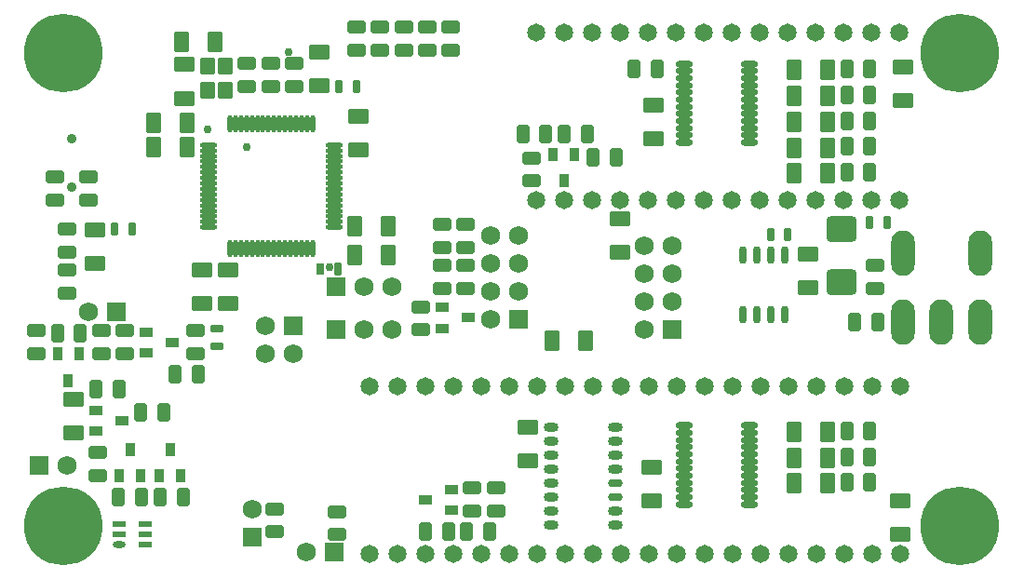
<source format=gbs>
G04 Layer_Color=16711935*
%FSLAX44Y44*%
%MOMM*%
G71*
G01*
G75*
%ADD64C,0.9000*%
G04:AMPARAMS|DCode=95|XSize=1.15mm|YSize=1.65mm|CornerRadius=0.2mm|HoleSize=0mm|Usage=FLASHONLY|Rotation=90.000|XOffset=0mm|YOffset=0mm|HoleType=Round|Shape=RoundedRectangle|*
%AMROUNDEDRECTD95*
21,1,1.1500,1.2500,0,0,90.0*
21,1,0.7500,1.6500,0,0,90.0*
1,1,0.4000,0.6250,0.3750*
1,1,0.4000,0.6250,-0.3750*
1,1,0.4000,-0.6250,-0.3750*
1,1,0.4000,-0.6250,0.3750*
%
%ADD95ROUNDEDRECTD95*%
G04:AMPARAMS|DCode=97|XSize=0.75mm|YSize=1.15mm|CornerRadius=0.18mm|HoleSize=0mm|Usage=FLASHONLY|Rotation=0.000|XOffset=0mm|YOffset=0mm|HoleType=Round|Shape=RoundedRectangle|*
%AMROUNDEDRECTD97*
21,1,0.7500,0.7900,0,0,0.0*
21,1,0.3900,1.1500,0,0,0.0*
1,1,0.3600,0.1950,-0.3950*
1,1,0.3600,-0.1950,-0.3950*
1,1,0.3600,-0.1950,0.3950*
1,1,0.3600,0.1950,0.3950*
%
%ADD97ROUNDEDRECTD97*%
%ADD107O,1.3500X0.8500*%
G04:AMPARAMS|DCode=108|XSize=1.35mm|YSize=1.85mm|CornerRadius=0.195mm|HoleSize=0mm|Usage=FLASHONLY|Rotation=0.000|XOffset=0mm|YOffset=0mm|HoleType=Round|Shape=RoundedRectangle|*
%AMROUNDEDRECTD108*
21,1,1.3500,1.4600,0,0,0.0*
21,1,0.9600,1.8500,0,0,0.0*
1,1,0.3900,0.4800,-0.7300*
1,1,0.3900,-0.4800,-0.7300*
1,1,0.3900,-0.4800,0.7300*
1,1,0.3900,0.4800,0.7300*
%
%ADD108ROUNDEDRECTD108*%
%ADD109R,0.8500X1.1500*%
G04:AMPARAMS|DCode=112|XSize=1.15mm|YSize=1.65mm|CornerRadius=0.2mm|HoleSize=0mm|Usage=FLASHONLY|Rotation=180.000|XOffset=0mm|YOffset=0mm|HoleType=Round|Shape=RoundedRectangle|*
%AMROUNDEDRECTD112*
21,1,1.1500,1.2500,0,0,180.0*
21,1,0.7500,1.6500,0,0,180.0*
1,1,0.4000,-0.3750,0.6250*
1,1,0.4000,0.3750,0.6250*
1,1,0.4000,0.3750,-0.6250*
1,1,0.4000,-0.3750,-0.6250*
%
%ADD112ROUNDEDRECTD112*%
G04:AMPARAMS|DCode=113|XSize=2.35mm|YSize=2.75mm|CornerRadius=0.405mm|HoleSize=0mm|Usage=FLASHONLY|Rotation=270.000|XOffset=0mm|YOffset=0mm|HoleType=Round|Shape=RoundedRectangle|*
%AMROUNDEDRECTD113*
21,1,2.3500,1.9400,0,0,270.0*
21,1,1.5400,2.7500,0,0,270.0*
1,1,0.8100,-0.9700,-0.7700*
1,1,0.8100,-0.9700,0.7700*
1,1,0.8100,0.9700,0.7700*
1,1,0.8100,0.9700,-0.7700*
%
%ADD113ROUNDEDRECTD113*%
G04:AMPARAMS|DCode=114|XSize=0.75mm|YSize=1.15mm|CornerRadius=0.18mm|HoleSize=0mm|Usage=FLASHONLY|Rotation=90.000|XOffset=0mm|YOffset=0mm|HoleType=Round|Shape=RoundedRectangle|*
%AMROUNDEDRECTD114*
21,1,0.7500,0.7900,0,0,90.0*
21,1,0.3900,1.1500,0,0,90.0*
1,1,0.3600,0.3950,0.1950*
1,1,0.3600,0.3950,-0.1950*
1,1,0.3600,-0.3950,-0.1950*
1,1,0.3600,-0.3950,0.1950*
%
%ADD114ROUNDEDRECTD114*%
%ADD117R,1.1500X0.8500*%
G04:AMPARAMS|DCode=118|XSize=1.35mm|YSize=1.85mm|CornerRadius=0.195mm|HoleSize=0mm|Usage=FLASHONLY|Rotation=270.000|XOffset=0mm|YOffset=0mm|HoleType=Round|Shape=RoundedRectangle|*
%AMROUNDEDRECTD118*
21,1,1.3500,1.4600,0,0,270.0*
21,1,0.9600,1.8500,0,0,270.0*
1,1,0.3900,-0.7300,-0.4800*
1,1,0.3900,-0.7300,0.4800*
1,1,0.3900,0.7300,0.4800*
1,1,0.3900,0.7300,-0.4800*
%
%ADD118ROUNDEDRECTD118*%
%ADD123C,1.7500*%
%ADD124R,1.7500X1.7500*%
%ADD125C,7.1500*%
%ADD126C,1.6500*%
%ADD127O,2.1500X4.1500*%
%ADD128R,1.7500X1.7500*%
%ADD129C,0.7500*%
G04:AMPARAMS|DCode=130|XSize=0.75mm|YSize=1.05mm|CornerRadius=0.18mm|HoleSize=0mm|Usage=FLASHONLY|Rotation=0.000|XOffset=0mm|YOffset=0mm|HoleType=Round|Shape=RoundedRectangle|*
%AMROUNDEDRECTD130*
21,1,0.7500,0.6900,0,0,0.0*
21,1,0.3900,1.0500,0,0,0.0*
1,1,0.3600,0.1950,-0.3450*
1,1,0.3600,-0.1950,-0.3450*
1,1,0.3600,-0.1950,0.3450*
1,1,0.3600,0.1950,0.3450*
%
%ADD130ROUNDEDRECTD130*%
%ADD131O,1.5500X0.6500*%
%ADD132O,0.7500X1.6000*%
%ADD133O,1.1500X0.6000*%
%ADD134R,1.1500X0.6000*%
%ADD135O,1.3500X0.7500*%
%ADD136O,0.4500X1.5500*%
%ADD137O,1.5500X0.4500*%
G04:AMPARAMS|DCode=138|XSize=1.55mm|YSize=1.35mm|CornerRadius=0.195mm|HoleSize=0mm|Usage=FLASHONLY|Rotation=270.000|XOffset=0mm|YOffset=0mm|HoleType=Round|Shape=RoundedRectangle|*
%AMROUNDEDRECTD138*
21,1,1.5500,0.9600,0,0,270.0*
21,1,1.1600,1.3500,0,0,270.0*
1,1,0.3900,-0.4800,-0.5800*
1,1,0.3900,-0.4800,0.5800*
1,1,0.3900,0.4800,0.5800*
1,1,0.3900,0.4800,-0.5800*
%
%ADD138ROUNDEDRECTD138*%
D64*
X47000Y348000D02*
D03*
Y392000D02*
D03*
D95*
X365000Y239250D02*
D03*
Y218250D02*
D03*
X405500Y293250D02*
D03*
Y314250D02*
D03*
X231750Y55500D02*
D03*
Y34500D02*
D03*
X384000Y276750D02*
D03*
Y255750D02*
D03*
Y314250D02*
D03*
Y293250D02*
D03*
X405500Y255750D02*
D03*
Y276750D02*
D03*
X777750Y277000D02*
D03*
Y256000D02*
D03*
X43250Y251500D02*
D03*
Y272500D02*
D03*
X31750Y357250D02*
D03*
Y336250D02*
D03*
X62250Y357250D02*
D03*
Y336250D02*
D03*
X43250Y289000D02*
D03*
Y310000D02*
D03*
X15250Y196750D02*
D03*
Y217750D02*
D03*
X74250Y196750D02*
D03*
Y217750D02*
D03*
X95750Y196750D02*
D03*
Y217750D02*
D03*
X160250Y217750D02*
D03*
Y196750D02*
D03*
X71250Y85500D02*
D03*
Y106500D02*
D03*
X433250Y53750D02*
D03*
Y74750D02*
D03*
X411750Y74750D02*
D03*
Y53750D02*
D03*
X465750Y374750D02*
D03*
Y353750D02*
D03*
X392250Y473000D02*
D03*
Y494000D02*
D03*
X349250Y473000D02*
D03*
Y494000D02*
D03*
X306250Y473000D02*
D03*
Y494000D02*
D03*
X327750Y473000D02*
D03*
Y494000D02*
D03*
X370750Y473000D02*
D03*
Y494000D02*
D03*
X288500Y32000D02*
D03*
Y53000D02*
D03*
X228250Y439500D02*
D03*
Y460500D02*
D03*
X206750Y439500D02*
D03*
Y460500D02*
D03*
X249750D02*
D03*
Y439500D02*
D03*
D97*
X102250Y310000D02*
D03*
X86250D02*
D03*
X289750Y273500D02*
D03*
X290250Y439500D02*
D03*
X306250D02*
D03*
X789250Y316000D02*
D03*
X773250D02*
D03*
X682750Y305000D02*
D03*
X698750D02*
D03*
D107*
X541500Y129950D02*
D03*
Y117250D02*
D03*
Y104550D02*
D03*
Y91850D02*
D03*
Y53750D02*
D03*
Y41050D02*
D03*
X483250Y129950D02*
D03*
Y117250D02*
D03*
Y104550D02*
D03*
Y91850D02*
D03*
Y79150D02*
D03*
Y66450D02*
D03*
Y53750D02*
D03*
Y41050D02*
D03*
D108*
X152250Y384500D02*
D03*
X121750D02*
D03*
X304750Y313000D02*
D03*
X335250D02*
D03*
X484500Y208500D02*
D03*
X515000D02*
D03*
X734750Y125500D02*
D03*
X704250D02*
D03*
X734750Y431000D02*
D03*
X704250D02*
D03*
X734750Y360500D02*
D03*
X704250D02*
D03*
X734750Y454500D02*
D03*
X704250D02*
D03*
X734750Y407500D02*
D03*
X704250D02*
D03*
X734750Y102000D02*
D03*
X704250D02*
D03*
X734750Y384000D02*
D03*
X704250D02*
D03*
X734750Y78500D02*
D03*
X704250D02*
D03*
X152250Y406750D02*
D03*
X121750D02*
D03*
X304500Y286000D02*
D03*
X335000D02*
D03*
X147250Y480500D02*
D03*
X177750D02*
D03*
D109*
X136750Y109500D02*
D03*
X127250Y85500D02*
D03*
X146250D02*
D03*
X44250Y172250D02*
D03*
X53750Y196250D02*
D03*
X34750D02*
D03*
X100250Y109500D02*
D03*
X90750Y85500D02*
D03*
X109750D02*
D03*
X494750Y353750D02*
D03*
X504250Y377750D02*
D03*
X485250D02*
D03*
D112*
X752250Y126500D02*
D03*
X773250D02*
D03*
X752250Y432000D02*
D03*
X773250D02*
D03*
X752250Y361500D02*
D03*
X773250D02*
D03*
X752250Y455500D02*
D03*
X773250D02*
D03*
X759250Y225250D02*
D03*
X780250D02*
D03*
X752250Y408500D02*
D03*
X773250D02*
D03*
X752250Y103000D02*
D03*
X773250D02*
D03*
X752250Y385000D02*
D03*
X773250D02*
D03*
X752250Y79500D02*
D03*
X773250D02*
D03*
X580000Y455500D02*
D03*
X559000D02*
D03*
X34250Y215250D02*
D03*
X55250D02*
D03*
X141000Y177750D02*
D03*
X162000D02*
D03*
X109750Y143250D02*
D03*
X130750D02*
D03*
X69250Y164750D02*
D03*
X90250D02*
D03*
X90000Y66500D02*
D03*
X111000D02*
D03*
X127500D02*
D03*
X148500D02*
D03*
X406250Y34750D02*
D03*
X427250D02*
D03*
X389750D02*
D03*
X368750D02*
D03*
X516000Y396750D02*
D03*
X495000D02*
D03*
X542250Y375250D02*
D03*
X521250D02*
D03*
X478500Y396750D02*
D03*
X457500D02*
D03*
D113*
X747750Y310000D02*
D03*
Y262000D02*
D03*
D114*
X179250Y219750D02*
D03*
Y203750D02*
D03*
D117*
X408000Y229250D02*
D03*
X384000Y238750D02*
D03*
Y219750D02*
D03*
X138750Y206750D02*
D03*
X114750Y216250D02*
D03*
Y197250D02*
D03*
X93250Y135750D02*
D03*
X69250Y145250D02*
D03*
Y126250D02*
D03*
X368750Y63750D02*
D03*
X392750Y54250D02*
D03*
Y73250D02*
D03*
D118*
X545750Y288500D02*
D03*
Y319000D02*
D03*
X462250Y129500D02*
D03*
Y99000D02*
D03*
X49250Y124250D02*
D03*
Y154750D02*
D03*
X272250Y440500D02*
D03*
Y471000D02*
D03*
X716750Y257000D02*
D03*
Y287500D02*
D03*
X576500Y392000D02*
D03*
Y422500D02*
D03*
X574750Y63000D02*
D03*
Y93500D02*
D03*
X800500Y63000D02*
D03*
Y32500D02*
D03*
X803000Y426500D02*
D03*
Y457000D02*
D03*
X68250Y309000D02*
D03*
Y278500D02*
D03*
X165750Y272500D02*
D03*
Y242000D02*
D03*
X307750Y381750D02*
D03*
Y412250D02*
D03*
X149750Y459500D02*
D03*
Y429000D02*
D03*
X189250Y272500D02*
D03*
Y242000D02*
D03*
D123*
X428350Y304250D02*
D03*
X453750D02*
D03*
Y278850D02*
D03*
X428350D02*
D03*
X453750Y253450D02*
D03*
X428350D02*
D03*
Y228050D02*
D03*
X568100Y218550D02*
D03*
Y243950D02*
D03*
X593500D02*
D03*
X568100Y269350D02*
D03*
X593500D02*
D03*
Y294750D02*
D03*
X568100D02*
D03*
X211500Y55400D02*
D03*
X248950Y196550D02*
D03*
X223550D02*
D03*
Y221950D02*
D03*
X260600Y16000D02*
D03*
X338400Y219000D02*
D03*
X313000D02*
D03*
X338400Y257750D02*
D03*
X313000D02*
D03*
X62800Y234750D02*
D03*
X42750Y95000D02*
D03*
D124*
X453750Y228050D02*
D03*
X593500Y218550D02*
D03*
X211500Y30000D02*
D03*
D125*
X40000Y40000D02*
D03*
Y470000D02*
D03*
X855250D02*
D03*
Y40000D02*
D03*
D126*
X800650Y167150D02*
D03*
X775250D02*
D03*
X749850D02*
D03*
X724450D02*
D03*
X699050D02*
D03*
X673650D02*
D03*
X648250D02*
D03*
X622850D02*
D03*
X597450D02*
D03*
X572050D02*
D03*
X546650D02*
D03*
X521250D02*
D03*
X495850D02*
D03*
X470450D02*
D03*
X445050D02*
D03*
X419650D02*
D03*
X394250D02*
D03*
X368850D02*
D03*
X343450D02*
D03*
X318050D02*
D03*
Y14750D02*
D03*
X343450D02*
D03*
X368850D02*
D03*
X394250D02*
D03*
X419650D02*
D03*
X445050D02*
D03*
X470450D02*
D03*
X495850D02*
D03*
X521250D02*
D03*
X546650D02*
D03*
X572050D02*
D03*
X597450D02*
D03*
X622850D02*
D03*
X648250D02*
D03*
X673650D02*
D03*
X699050D02*
D03*
X724450D02*
D03*
X749850D02*
D03*
X775250D02*
D03*
X800650D02*
D03*
X799750Y336650D02*
D03*
X774350D02*
D03*
X748950D02*
D03*
X723550D02*
D03*
X698150D02*
D03*
X672750D02*
D03*
X647350D02*
D03*
X621950D02*
D03*
X596550D02*
D03*
X571150D02*
D03*
X545750D02*
D03*
X520350D02*
D03*
X494950D02*
D03*
X469550D02*
D03*
Y489050D02*
D03*
X494950D02*
D03*
X520350D02*
D03*
X545750D02*
D03*
X571150D02*
D03*
X596550D02*
D03*
X621950D02*
D03*
X647350D02*
D03*
X672750D02*
D03*
X698150D02*
D03*
X723550D02*
D03*
X748950D02*
D03*
X774350D02*
D03*
X799750D02*
D03*
D127*
X873500Y225250D02*
D03*
X838250D02*
D03*
X803500D02*
D03*
Y287750D02*
D03*
X873500D02*
D03*
D128*
X248950Y221950D02*
D03*
X286000Y16000D02*
D03*
X287600Y219000D02*
D03*
Y257750D02*
D03*
X88200Y234750D02*
D03*
X17350Y95000D02*
D03*
D129*
X206500Y384500D02*
D03*
X244377Y471273D02*
D03*
X281750Y275750D02*
D03*
X170500Y400750D02*
D03*
D130*
X273750Y273500D02*
D03*
D131*
X604750Y59750D02*
D03*
Y66250D02*
D03*
Y72750D02*
D03*
Y79250D02*
D03*
Y85750D02*
D03*
Y92250D02*
D03*
Y98750D02*
D03*
Y105250D02*
D03*
Y111750D02*
D03*
Y118250D02*
D03*
Y124750D02*
D03*
Y131250D02*
D03*
X663750Y59750D02*
D03*
Y66250D02*
D03*
Y72750D02*
D03*
Y79250D02*
D03*
Y85750D02*
D03*
Y92250D02*
D03*
Y98750D02*
D03*
Y105250D02*
D03*
Y111750D02*
D03*
Y118250D02*
D03*
Y124750D02*
D03*
Y131250D02*
D03*
X604750Y388750D02*
D03*
Y395250D02*
D03*
Y401750D02*
D03*
Y408250D02*
D03*
Y414750D02*
D03*
Y421250D02*
D03*
Y427750D02*
D03*
Y434250D02*
D03*
Y440750D02*
D03*
Y447250D02*
D03*
Y453750D02*
D03*
Y460250D02*
D03*
X663750Y388750D02*
D03*
Y395250D02*
D03*
Y401750D02*
D03*
Y408250D02*
D03*
Y414750D02*
D03*
Y421250D02*
D03*
Y427750D02*
D03*
Y434250D02*
D03*
Y440750D02*
D03*
Y447250D02*
D03*
Y453750D02*
D03*
Y460250D02*
D03*
D132*
X695500Y231750D02*
D03*
X682800D02*
D03*
X670100D02*
D03*
X657400D02*
D03*
X695500Y286250D02*
D03*
X682800D02*
D03*
X670100D02*
D03*
X657400D02*
D03*
D133*
X90250Y23000D02*
D03*
D134*
Y32500D02*
D03*
Y42000D02*
D03*
X114250D02*
D03*
Y32500D02*
D03*
Y23000D02*
D03*
D135*
X541500Y79150D02*
D03*
Y66450D02*
D03*
D136*
X191250Y406000D02*
D03*
X196250D02*
D03*
X201250D02*
D03*
X206250D02*
D03*
X211250D02*
D03*
X216250D02*
D03*
X221250D02*
D03*
X226250D02*
D03*
X231250D02*
D03*
X236250D02*
D03*
X241250D02*
D03*
X246250D02*
D03*
X251250D02*
D03*
X256250D02*
D03*
X261250D02*
D03*
X266250D02*
D03*
Y292000D02*
D03*
X261250D02*
D03*
X256250D02*
D03*
X251250D02*
D03*
X246250D02*
D03*
X241250D02*
D03*
X236250D02*
D03*
X231250D02*
D03*
X226250D02*
D03*
X221250D02*
D03*
X216250D02*
D03*
X211250D02*
D03*
X206250D02*
D03*
X201250D02*
D03*
X196250D02*
D03*
X191250D02*
D03*
D137*
X285750Y386500D02*
D03*
Y381500D02*
D03*
Y376500D02*
D03*
Y371500D02*
D03*
Y366500D02*
D03*
Y361500D02*
D03*
Y356500D02*
D03*
Y351500D02*
D03*
Y346500D02*
D03*
Y341500D02*
D03*
Y336500D02*
D03*
Y331500D02*
D03*
Y326500D02*
D03*
Y321500D02*
D03*
Y316500D02*
D03*
Y311500D02*
D03*
X171750D02*
D03*
Y316500D02*
D03*
Y321500D02*
D03*
Y326500D02*
D03*
Y331500D02*
D03*
Y336500D02*
D03*
Y341500D02*
D03*
Y346500D02*
D03*
Y351500D02*
D03*
Y356500D02*
D03*
Y361500D02*
D03*
Y366500D02*
D03*
Y371500D02*
D03*
Y376500D02*
D03*
Y381500D02*
D03*
Y386500D02*
D03*
D138*
X186750Y458500D02*
D03*
X170750D02*
D03*
Y436500D02*
D03*
X186750D02*
D03*
M02*

</source>
